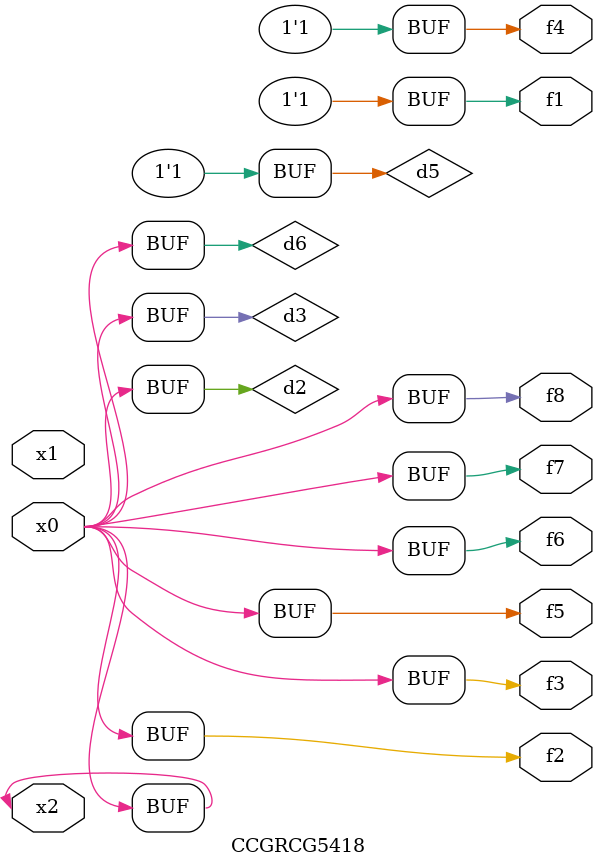
<source format=v>
module CCGRCG5418(
	input x0, x1, x2,
	output f1, f2, f3, f4, f5, f6, f7, f8
);

	wire d1, d2, d3, d4, d5, d6;

	xnor (d1, x2);
	buf (d2, x0, x2);
	and (d3, x0);
	xnor (d4, x1, x2);
	nand (d5, d1, d3);
	buf (d6, d2, d3);
	assign f1 = d5;
	assign f2 = d6;
	assign f3 = d6;
	assign f4 = d5;
	assign f5 = d6;
	assign f6 = d6;
	assign f7 = d6;
	assign f8 = d6;
endmodule

</source>
